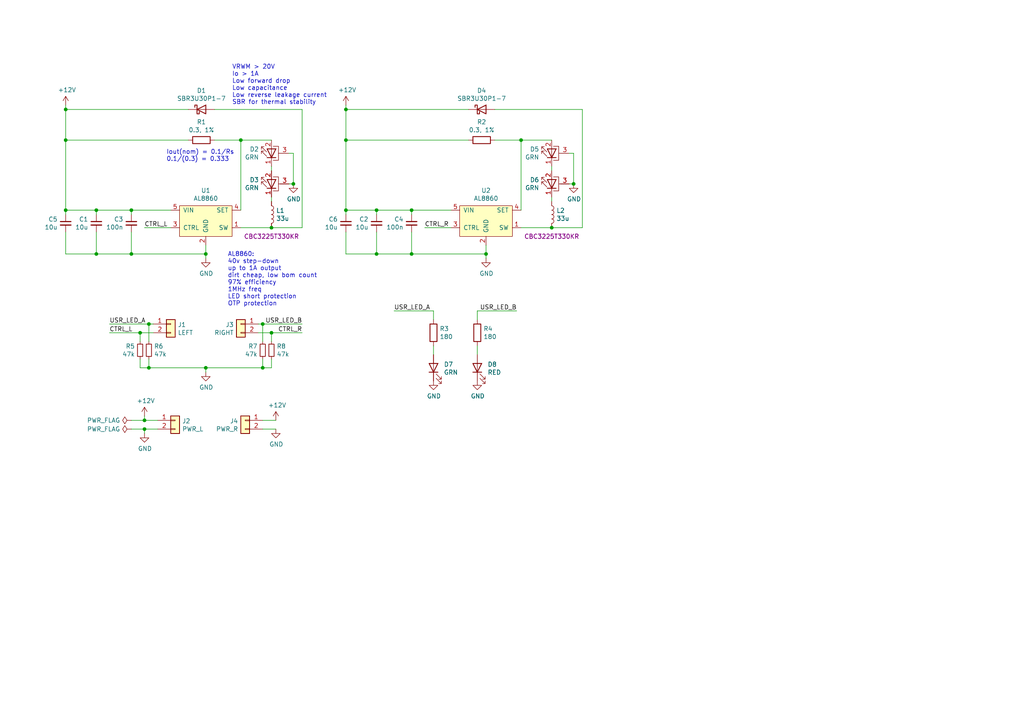
<source format=kicad_sch>
(kicad_sch (version 20230121) (generator eeschema)
  (paper "A4")
  (title_block (title "Gloworm LED Board") (date "2020-07-04") (rev "v0.4.0") (comment 1 "Copyright Franklin Harding 2020") (comment 2 "Licensed under CERN-OHL-P v2"))
  (lib_symbols
    (symbol "Connector_Generic:Conn_01x02" (pin_names (offset 1.016) hide)
      (property "Reference" "J" (at 0 2.54 0))
      (property "Value" "Conn_01x02" (at 0 -5.08 0))
      (symbol "Conn_01x02_1_1"
        (rectangle (start -1.27 -2.413) (end 0 -2.667) (stroke (width 0.1524)))
        (rectangle (start -1.27 0.127) (end 0 -0.127) (stroke (width 0.1524)))
        (rectangle (start -1.27 1.27) (end 1.27 -3.81) (stroke (width 0.254)) (fill (type background)))
        (pin passive line (at -5.08 0 0) (length 3.81) (name "Pin_1") (number "1"))
        (pin passive line (at -5.08 -2.54 0) (length 3.81) (name "Pin_2") (number "2"))
      )
    )
    (symbol "Device:C_Small" (pin_numbers hide) (pin_names (offset 0.254) hide)
      (property "Reference" "C" (at 0.254 1.778 0))
      (property "Value" "C_Small" (at 0.254 -2.032 0))
      (symbol "C_Small_0_1"
        (polyline (pts (xy -1.524 -0.508) (xy 1.524 -0.508)) (stroke (width 0.3302)))
        (polyline (pts (xy -1.524 0.508) (xy 1.524 0.508)) (stroke (width 0.3048)))
      )
      (symbol "C_Small_1_1"
        (pin passive line (at 0 2.54 270) (length 2.032) (name "~") (number "1"))
        (pin passive line (at 0 -2.54 90) (length 2.032) (name "~") (number "2"))
      )
    )
    (symbol "Device:D_Schottky" (pin_numbers hide) (pin_names (offset 1.016) hide)
      (property "Reference" "D" (at 0 2.54 0))
      (property "Value" "D_Schottky" (at 0 -2.54 0))
      (symbol "D_Schottky_0_1"
        (polyline (pts (xy 1.27 0) (xy -1.27 0)))
        (polyline (pts (xy 1.27 1.27) (xy 1.27 -1.27) (xy -1.27 0) (xy 1.27 1.27)) (stroke (width 0.254)))
        (polyline (pts (xy -1.905 0.635) (xy -1.905 1.27) (xy -1.27 1.27) (xy -1.27 -1.27) (xy -0.635 -1.27) (xy -0.635 -0.635)) (stroke (width 0.254)))
      )
      (symbol "D_Schottky_1_1"
        (pin passive line (at -3.81 0 0) (length 2.54) (name "K") (number "1"))
        (pin passive line (at 3.81 0 180) (length 2.54) (name "A") (number "2"))
      )
    )
    (symbol "Device:L" (pin_numbers hide) (pin_names (offset 1.016) hide)
      (property "Reference" "L" (at -1.27 0 90))
      (property "Value" "L" (at 1.905 0 90))
      (symbol "L_0_1"
        (arc (start 0 -2.54) (mid 0.6323 -1.905) (end 0 -1.27))
        (arc (start 0 -1.27) (mid 0.6323 -0.635) (end 0 0))
        (arc (start 0 0) (mid 0.6323 0.635) (end 0 1.27))
        (arc (start 0 1.27) (mid 0.6323 1.905) (end 0 2.54))
      )
      (symbol "L_1_1"
        (pin passive line (at 0 3.81 270) (length 1.27) (name "1") (number "1"))
        (pin passive line (at 0 -3.81 90) (length 1.27) (name "2") (number "2"))
      )
    )
    (symbol "Device:LED" (pin_numbers hide) (pin_names (offset 1.016) hide)
      (property "Reference" "D" (at 0 2.54 0))
      (property "Value" "LED" (at 0 -2.54 0))
      (symbol "LED_0_1"
        (polyline (pts (xy -1.27 -1.27) (xy -1.27 1.27)) (stroke (width 0.254)))
        (polyline (pts (xy -1.27 0) (xy 1.27 0)))
        (polyline (pts (xy 1.27 -1.27) (xy 1.27 1.27) (xy -1.27 0) (xy 1.27 -1.27)) (stroke (width 0.254)))
        (polyline (pts (xy -3.048 -0.762) (xy -4.572 -2.286) (xy -3.81 -2.286) (xy -4.572 -2.286) (xy -4.572 -1.524)))
        (polyline (pts (xy -1.778 -0.762) (xy -3.302 -2.286) (xy -2.54 -2.286) (xy -3.302 -2.286) (xy -3.302 -1.524)))
      )
      (symbol "LED_1_1"
        (pin passive line (at -3.81 0 0) (length 2.54) (name "K") (number "1"))
        (pin passive line (at 3.81 0 180) (length 2.54) (name "A") (number "2"))
      )
    )
    (symbol "Device:R" (pin_numbers hide) (pin_names (offset 0))
      (property "Reference" "R" (at 2.032 0 90))
      (property "Value" "R" (at 0 0 90))
      (symbol "R_0_1"
        (rectangle (start -1.016 -2.54) (end 1.016 2.54) (stroke (width 0.254)))
      )
      (symbol "R_1_1"
        (pin passive line (at 0 3.81 270) (length 1.27) (name "~") (number "1"))
        (pin passive line (at 0 -3.81 90) (length 1.27) (name "~") (number "2"))
      )
    )
    (symbol "Device:R_Small" (pin_numbers hide) (pin_names (offset 0.254) hide)
      (property "Reference" "R" (at 0.762 0.508 0))
      (property "Value" "R_Small" (at 0.762 -1.016 0))
      (symbol "R_Small_0_1"
        (rectangle (start -0.762 1.778) (end 0.762 -1.778) (stroke (width 0.2032)))
      )
      (symbol "R_Small_1_1"
        (pin passive line (at 0 2.54 270) (length 0.762) (name "~") (number "1"))
        (pin passive line (at 0 -2.54 90) (length 0.762) (name "~") (number "2"))
      )
    )
    (symbol "ledboard-rescue:LED_PAD-Device" (pin_names (offset 1.016) hide)
      (property "Reference" "D" (at 0 5.715 0))
      (property "Value" "Device_LED_PAD" (at 0 3.81 0))
      (symbol "LED_PAD-Device_0_1"
        (polyline (pts (xy -1.27 -1.27) (xy -1.27 1.27)) (stroke (width 0.254)))
        (polyline (pts (xy -1.27 0) (xy 1.27 0)))
        (polyline (pts (xy 0 -2.54) (xy 0 -2.032)))
        (polyline (pts (xy -2.032 -0.508) (xy -2.032 -2.032) (xy 2.032 -2.032) (xy 2.032 -0.508)))
        (polyline (pts (xy 1.27 -1.27) (xy 1.27 1.27) (xy -1.27 0) (xy 1.27 -1.27)) (stroke (width 0.254)))
        (polyline (pts (xy -0.889 1.397) (xy 0.635 2.921) (xy -0.127 2.921) (xy 0.635 2.921) (xy 0.635 2.159)))
        (polyline (pts (xy 0.381 1.397) (xy 1.905 2.921) (xy 1.143 2.921) (xy 1.905 2.921) (xy 1.905 2.159)))
      )
      (symbol "LED_PAD-Device_1_1"
        (pin passive line (at -3.81 0 0) (length 2.54) (name "K") (number "1"))
        (pin passive line (at 3.81 0 180) (length 2.54) (name "A") (number "2"))
        (pin passive line (at 0 -5.08 90) (length 2.54) (name "PAD") (number "3"))
      )
    )
    (symbol "ledboard:AL8860" (pin_names (offset 1.016))
      (property "Reference" "U" (at 0 5.08 0))
      (property "Value" "AL8860" (at 0 7.62 0))
      (symbol "AL8860_0_1"
        (rectangle (start -7.62 3.81) (end 7.62 -5.08) (fill (type background)))
      )
      (symbol "AL8860_1_1"
        (pin power_out line (at 10.16 -2.54 180) (length 2.54) (name "SW") (number "1"))
        (pin power_in line (at 0 -7.62 90) (length 2.54) (name "GND") (number "2"))
        (pin input line (at -10.16 -2.54 0) (length 2.54) (name "CTRL") (number "3"))
        (pin input line (at 10.16 2.54 180) (length 2.54) (name "SET") (number "4"))
        (pin power_in line (at -10.16 2.54 0) (length 2.54) (name "VIN") (number "5"))
      )
    )
    (symbol "power:+12V" (power) (pin_names (offset 0))
      (property "Value" "+12V" (at 0 3.556 0))
      (symbol "+12V_0_1"
        (polyline (pts (xy -0.762 1.27) (xy 0 2.54)))
        (polyline (pts (xy 0 0) (xy 0 2.54)))
        (polyline (pts (xy 0 2.54) (xy 0.762 1.27)))
      )
      (symbol "+12V_1_1"
        (pin power_in line (at 0 0 90) (length 0) hide (name "+12V") (number "1"))
      )
    )
    (symbol "power:GND" (power) (pin_names (offset 0))
      (property "Value" "GND" (at 0 -3.81 0))
      (symbol "GND_0_1"
        (polyline (pts (xy 0 0) (xy 0 -1.27) (xy 1.27 -1.27) (xy 0 -2.54) (xy -1.27 -1.27) (xy 0 -1.27)))
      )
      (symbol "GND_1_1"
        (pin power_in line (at 0 0 270) (length 0) hide (name "GND") (number "1"))
      )
    )
    (symbol "power:PWR_FLAG" (power) (pin_numbers hide) (pin_names (offset 0) hide)
      (property "Value" "PWR_FLAG" (at 0 3.81 0))
      (symbol "PWR_FLAG_0_0"
        (pin power_out line (at 0 0 90) (length 0) (name "pwr") (number "1"))
      )
      (symbol "PWR_FLAG_0_1"
        (polyline (pts (xy 0 0) (xy 0 1.27) (xy -1.016 1.905) (xy 0 2.54) (xy 1.016 1.905) (xy 0 1.27)))
      )
    )
  )
  (junction (at 76.2 106.68))
  (junction (at 100.33 40.64))
  (junction (at 59.69 106.68))
  (junction (at 19.05 31.75))
  (junction (at 43.18 106.68))
  (junction (at 43.18 93.98))
  (junction (at 27.94 73.66))
  (junction (at 69.85 40.64))
  (junction (at 41.91 124.46))
  (junction (at 78.74 66.04))
  (junction (at 76.2 93.98))
  (junction (at 41.91 121.92))
  (junction (at 19.05 60.96))
  (junction (at 100.33 31.75))
  (junction (at 100.33 60.96))
  (junction (at 109.22 73.66))
  (junction (at 38.1 73.66))
  (junction (at 40.64 96.52))
  (junction (at 119.38 60.96))
  (junction (at 78.74 96.52))
  (junction (at 160.02 66.04))
  (junction (at 119.38 73.66))
  (junction (at 140.97 73.66))
  (junction (at 151.13 40.64))
  (junction (at 166.37 53.34))
  (junction (at 38.1 60.96))
  (junction (at 85.09 53.34))
  (junction (at 19.05 40.64))
  (junction (at 27.94 60.96))
  (junction (at 109.22 60.96))
  (junction (at 59.69 73.66))
  (wire (pts (xy 62.23 31.75) (xy 87.63 31.75)))
  (wire (pts (xy 119.38 73.66) (xy 140.97 73.66)))
  (wire (pts (xy 85.09 53.34) (xy 83.82 53.34)))
  (wire (pts (xy 109.22 62.23) (xy 109.22 60.96)))
  (wire (pts (xy 59.69 73.66) (xy 59.69 71.12)))
  (wire (pts (xy 19.05 31.75) (xy 19.05 40.64)))
  (wire (pts (xy 19.05 31.75) (xy 54.61 31.75)))
  (wire (pts (xy 138.43 90.17) (xy 138.43 92.71)))
  (wire (pts (xy 143.51 31.75) (xy 168.91 31.75)))
  (wire (pts (xy 76.2 121.92) (xy 80.01 121.92)))
  (wire (pts (xy 151.13 66.04) (xy 160.02 66.04)))
  (wire (pts (xy 109.22 60.96) (xy 100.33 60.96)))
  (wire (pts (xy 43.18 93.98) (xy 44.45 93.98)))
  (wire (pts (xy 119.38 60.96) (xy 130.81 60.96)))
  (wire (pts (xy 168.91 31.75) (xy 168.91 66.04)))
  (wire (pts (xy 27.94 60.96) (xy 27.94 62.23)))
  (wire (pts (xy 138.43 100.33) (xy 138.43 102.87)))
  (wire (pts (xy 119.38 67.31) (xy 119.38 73.66)))
  (wire (pts (xy 100.33 31.75) (xy 135.89 31.75)))
  (wire (pts (xy 160.02 48.26) (xy 160.02 49.53)))
  (wire (pts (xy 69.85 60.96) (xy 69.85 40.64)))
  (wire (pts (xy 38.1 67.31) (xy 38.1 73.66)))
  (wire (pts (xy 140.97 73.66) (xy 140.97 74.93)))
  (wire (pts (xy 100.33 60.96) (xy 100.33 62.23)))
  (wire (pts (xy 166.37 44.45) (xy 165.1 44.45)))
  (wire (pts (xy 119.38 62.23) (xy 119.38 60.96)))
  (wire (pts (xy 80.01 124.46) (xy 76.2 124.46)))
  (wire (pts (xy 59.69 106.68) (xy 59.69 107.95)))
  (wire (pts (xy 78.74 57.15) (xy 78.74 58.42)))
  (wire (pts (xy 41.91 66.04) (xy 49.53 66.04)))
  (wire (pts (xy 19.05 62.23) (xy 19.05 60.96)))
  (wire (pts (xy 19.05 73.66) (xy 27.94 73.66)))
  (wire (pts (xy 76.2 93.98) (xy 87.63 93.98)))
  (wire (pts (xy 100.33 30.48) (xy 100.33 31.75)))
  (wire (pts (xy 40.64 96.52) (xy 44.45 96.52)))
  (wire (pts (xy 19.05 67.31) (xy 19.05 73.66)))
  (wire (pts (xy 38.1 60.96) (xy 27.94 60.96)))
  (wire (pts (xy 125.73 90.17) (xy 125.73 92.71)))
  (wire (pts (xy 78.74 104.14) (xy 78.74 106.68)))
  (wire (pts (xy 78.74 106.68) (xy 76.2 106.68)))
  (wire (pts (xy 40.64 106.68) (xy 43.18 106.68)))
  (wire (pts (xy 38.1 60.96) (xy 49.53 60.96)))
  (wire (pts (xy 76.2 106.68) (xy 59.69 106.68)))
  (wire (pts (xy 19.05 30.48) (xy 19.05 31.75)))
  (wire (pts (xy 114.3 90.17) (xy 125.73 90.17)))
  (wire (pts (xy 85.09 53.34) (xy 85.09 44.45)))
  (wire (pts (xy 109.22 73.66) (xy 119.38 73.66)))
  (wire (pts (xy 76.2 104.14) (xy 76.2 106.68)))
  (wire (pts (xy 76.2 99.06) (xy 76.2 93.98)))
  (wire (pts (xy 31.75 93.98) (xy 43.18 93.98)))
  (wire (pts (xy 100.33 40.64) (xy 100.33 60.96)))
  (wire (pts (xy 38.1 124.46) (xy 41.91 124.46)))
  (wire (pts (xy 40.64 104.14) (xy 40.64 106.68)))
  (wire (pts (xy 78.74 48.26) (xy 78.74 49.53)))
  (wire (pts (xy 43.18 104.14) (xy 43.18 106.68)))
  (wire (pts (xy 38.1 121.92) (xy 41.91 121.92)))
  (wire (pts (xy 78.74 96.52) (xy 87.63 96.52)))
  (wire (pts (xy 78.74 66.04) (xy 87.63 66.04)))
  (wire (pts (xy 19.05 40.64) (xy 19.05 60.96)))
  (wire (pts (xy 166.37 44.45) (xy 166.37 53.34)))
  (wire (pts (xy 19.05 60.96) (xy 27.94 60.96)))
  (wire (pts (xy 19.05 40.64) (xy 54.61 40.64)))
  (wire (pts (xy 59.69 73.66) (xy 59.69 74.93)))
  (wire (pts (xy 38.1 73.66) (xy 59.69 73.66)))
  (wire (pts (xy 100.33 73.66) (xy 109.22 73.66)))
  (wire (pts (xy 69.85 66.04) (xy 78.74 66.04)))
  (wire (pts (xy 41.91 121.92) (xy 45.72 121.92)))
  (wire (pts (xy 123.19 66.04) (xy 130.81 66.04)))
  (wire (pts (xy 78.74 99.06) (xy 78.74 96.52)))
  (wire (pts (xy 41.91 121.92) (xy 41.91 120.65)))
  (wire (pts (xy 149.86 90.17) (xy 138.43 90.17)))
  (wire (pts (xy 62.23 40.64) (xy 69.85 40.64)))
  (wire (pts (xy 109.22 67.31) (xy 109.22 73.66)))
  (wire (pts (xy 27.94 73.66) (xy 38.1 73.66)))
  (wire (pts (xy 140.97 71.12) (xy 140.97 73.66)))
  (wire (pts (xy 31.75 96.52) (xy 40.64 96.52)))
  (wire (pts (xy 87.63 31.75) (xy 87.63 66.04)))
  (wire (pts (xy 41.91 124.46) (xy 45.72 124.46)))
  (wire (pts (xy 160.02 57.15) (xy 160.02 58.42)))
  (wire (pts (xy 100.33 67.31) (xy 100.33 73.66)))
  (wire (pts (xy 85.09 44.45) (xy 83.82 44.45)))
  (wire (pts (xy 74.93 96.52) (xy 78.74 96.52)))
  (wire (pts (xy 43.18 99.06) (xy 43.18 93.98)))
  (wire (pts (xy 100.33 40.64) (xy 135.89 40.64)))
  (wire (pts (xy 38.1 62.23) (xy 38.1 60.96)))
  (wire (pts (xy 125.73 100.33) (xy 125.73 102.87)))
  (wire (pts (xy 143.51 40.64) (xy 151.13 40.64)))
  (wire (pts (xy 27.94 67.31) (xy 27.94 73.66)))
  (wire (pts (xy 69.85 40.64) (xy 78.74 40.64)))
  (wire (pts (xy 74.93 93.98) (xy 76.2 93.98)))
  (wire (pts (xy 151.13 40.64) (xy 160.02 40.64)))
  (wire (pts (xy 43.18 106.68) (xy 59.69 106.68)))
  (wire (pts (xy 100.33 31.75) (xy 100.33 40.64)))
  (wire (pts (xy 41.91 125.73) (xy 41.91 124.46)))
  (wire (pts (xy 40.64 99.06) (xy 40.64 96.52)))
  (wire (pts (xy 166.37 53.34) (xy 165.1 53.34)))
  (wire (pts (xy 151.13 60.96) (xy 151.13 40.64)))
  (wire (pts (xy 160.02 66.04) (xy 168.91 66.04)))
  (wire (pts (xy 109.22 60.96) (xy 119.38 60.96)))
  (text "AL8860:\n40v step-down\nup to 1A output\ndirt cheap, low bom count\n97% efficiency\n1MHz freq\nLED short protection\nOTP protection" (at 66.04 88.9 0) (effects (font (size 1.27 1.27)) (justify left bottom)))
  (text "VRWM > 20V\nIo > 1A\nLow forward drop\nLow capacitance\nLow reverse leakage current\nSBR for thermal stability" (at 67.31 30.48 0) (effects (font (size 1.27 1.27)) (justify left bottom)))
  (text "Iout(nom) = 0.1/Rs\n0.1/(0.3) = 0.333" (at 48.26 46.99 0) (effects (font (size 1.27 1.27)) (justify left bottom)))
  (label "CTRL_L" (at 41.91 66.04 0))
  (label "USR_LED_A" (at 114.3 90.17 0))
  (label "USR_LED_B" (at 87.63 93.98 180))
  (label "CTRL_L" (at 31.75 96.52 0))
  (label "CTRL_R" (at 123.19 66.04 0))
  (label "USR_LED_B" (at 149.86 90.17 180))
  (label "USR_LED_A" (at 31.75 93.98 0))
  (label "CTRL_R" (at 87.63 96.52 180))
  (symbol (lib_id "ledboard:AL8860") (at 59.69 63.5 0) (unit 1)
    (property "Reference" "U1" (at 59.69 55.245 0))
    (property "Value" "AL8860" (at 59.69 57.5564 0))
    (property "Footprint" "ledboard:TSOT-23-5_RoundRect" (effects hide))
    (property "P/N" "AL8860WT-7" (effects hide))
    (property "LCSC" "C125330" (effects hide))
    (property "Generic OK" "No" (effects hide))
  )
  (symbol (lib_id "power:GND") (at 59.69 74.93 0) (unit 1)
    (property "Reference" "#PWR04" (effects hide))
    (property "Value" "GND" (at 59.817 79.3242 0))
  )
  (symbol (lib_id "power:+12V") (at 19.05 30.48 0) (unit 1)
    (property "Reference" "#PWR01" (effects hide))
    (property "Value" "+12V" (at 19.431 26.0858 0))
  )
  (symbol (lib_id "Device:R") (at 58.42 40.64 270) (unit 1)
    (property "Reference" "R1" (at 58.42 35.3822 90))
    (property "Value" "0.3, 1%" (at 58.42 37.6936 90))
    (property "Footprint" "Resistor_SMD:R_0805_2012Metric" (effects hide))
    (property "P/N" "0805W8F300LT5E" (effects hide))
    (property "LCSC" "C247157" (effects hide))
    (property "Generic OK" "Yes" (effects hide))
  )
  (symbol (lib_id "Device:D_Schottky") (at 58.42 31.75 0) (unit 1)
    (property "Reference" "D1" (at 58.42 26.2636 0))
    (property "Value" "SBR3U30P1-7" (at 58.42 28.575 0))
    (property "Footprint" "Diode_SMD:D_PowerDI-123" (effects hide))
    (property "P/N" "SBR3U30P1-7" (effects hide))
    (property "LCSC" "C110517" (effects hide))
    (property "Generic OK" "No" (effects hide))
  )
  (symbol (lib_id "Device:L") (at 78.74 62.23 0) (unit 1)
    (property "Reference" "L1" (at 80.0862 61.0616 0) (effects (justify left)))
    (property "Value" "33u" (at 80.0862 63.373 0) (effects (justify left)))
    (property "Footprint" "Inductor_SMD:L_1210_3225Metric" (effects hide))
    (property "P/N" "CBC3225T330KR" (at 78.74 68.58 0))
    (property "LCSC" "C223226" (effects hide))
    (property "Generic OK" "No" (effects hide))
  )
  (symbol (lib_id "Device:C_Small") (at 27.94 64.77 0) (unit 1)
    (property "Reference" "C1" (at 25.6032 63.6016 0) (effects (justify right)))
    (property "Value" "10u" (at 25.6032 65.913 0) (effects (justify right)))
    (property "Footprint" "Capacitor_SMD:C_0603_1608Metric" (effects hide))
    (property "P/N" "CL10A106MA8NRNC" (effects hide))
    (property "LCSC" "C96446" (effects hide))
    (property "Generic OK" "Yes" (effects hide))
  )
  (symbol (lib_id "Connector_Generic:Conn_01x02") (at 49.53 93.98 0) (unit 1)
    (property "Reference" "J1" (at 51.562 94.1832 0) (effects (justify left)))
    (property "Value" "LEFT" (at 51.562 96.4946 0) (effects (justify left)))
    (property "Footprint" "ledboard:PinHeader_1x02_P2.54mm_Vertical_RoundRect" (effects hide))
    (property "P/N" "MTP125-1102S1" (effects hide))
    (property "LCSC" "C358684" (effects hide))
    (property "Generic OK" "No" (effects hide))
  )
  (symbol (lib_id "power:+12V") (at 100.33 30.48 0) (unit 1)
    (property "Reference" "#PWR07" (effects hide))
    (property "Value" "+12V" (at 100.711 26.0858 0))
  )
  (symbol (lib_id "power:GND") (at 140.97 74.93 0) (unit 1)
    (property "Reference" "#PWR08" (effects hide))
    (property "Value" "GND" (at 141.097 79.3242 0))
  )
  (symbol (lib_id "power:GND") (at 80.01 124.46 0) (unit 1)
    (property "Reference" "#PWR06" (effects hide))
    (property "Value" "GND" (at 80.137 128.8542 0))
  )
  (symbol (lib_id "power:GND") (at 41.91 125.73 0) (unit 1)
    (property "Reference" "#PWR03" (effects hide))
    (property "Value" "GND" (at 42.037 130.1242 0))
  )
  (symbol (lib_id "power:+12V") (at 41.91 120.65 0) (unit 1)
    (property "Reference" "#PWR02" (effects hide))
    (property "Value" "+12V" (at 42.291 116.2558 0))
  )
  (symbol (lib_id "power:+12V") (at 80.01 121.92 0) (unit 1)
    (property "Reference" "#PWR05" (effects hide))
    (property "Value" "+12V" (at 80.391 117.5258 0))
  )
  (symbol (lib_id "Device:R") (at 125.73 96.52 0) (unit 1)
    (property "Reference" "R3" (at 127.508 95.3516 0) (effects (justify left)))
    (property "Value" "180" (at 127.508 97.663 0) (effects (justify left)))
    (property "Footprint" "Resistor_SMD:R_0402_1005Metric" (effects hide))
    (property "P/N" "RC0402JR-07180RL" (effects hide))
    (property "LCSC" "C137913" (effects hide))
    (property "Generic OK" "Yes" (effects hide))
  )
  (symbol (lib_id "Device:LED") (at 125.73 106.68 90) (unit 1)
    (property "Reference" "D7" (at 128.7272 105.6894 90) (effects (justify right)))
    (property "Value" "GRN" (at 128.7272 108.0008 90) (effects (justify right)))
    (property "Footprint" "ledboard:LTST-S220" (effects hide))
    (property "P/N" "LTST-S220TGKT" (effects hide))
    (property "LCSC" "C160470" (effects hide))
    (property "Generic OK" "No" (effects hide))
  )
  (symbol (lib_id "Device:LED") (at 138.43 106.68 90) (unit 1)
    (property "Reference" "D8" (at 141.4272 105.6894 90) (effects (justify right)))
    (property "Value" "RED" (at 141.4272 108.0008 90) (effects (justify right)))
    (property "Footprint" "ledboard:LTST-S220" (effects hide))
    (property "P/N" "LTST-S220KRKT" (effects hide))
    (property "LCSC" "C284935" (effects hide))
    (property "Generic OK" "No" (effects hide))
  )
  (symbol (lib_id "power:GND") (at 125.73 110.49 0) (unit 1)
    (property "Reference" "#PWR09" (effects hide))
    (property "Value" "GND" (at 125.857 114.8842 0))
  )
  (symbol (lib_id "power:GND") (at 138.43 110.49 0) (unit 1)
    (property "Reference" "#PWR010" (effects hide))
    (property "Value" "GND" (at 138.557 114.8842 0))
  )
  (symbol (lib_id "ledboard-rescue:LED_PAD-Device") (at 78.74 44.45 90) (unit 1)
    (property "Reference" "D2" (at 75.1078 43.2816 90) (effects (justify left)))
    (property "Value" "GRN" (at 75.1078 45.593 90) (effects (justify left)))
    (property "Footprint" "ledboard:LED_1W_3W_R8" (effects hide))
    (property "Datasheet" "https://www.gme.cz/data/attachments/dsh.518-234.1.pdf" (effects hide))
    (property "P/N" "GT-P-02-G6-4-1-0-1-90" (effects hide))
    (property "Generic OK" "No" (effects hide))
  )
  (symbol (lib_id "power:GND") (at 85.09 53.34 0) (unit 1)
    (property "Reference" "#PWR012" (effects hide))
    (property "Value" "GND" (at 85.217 57.7342 0))
  )
  (symbol (lib_id "power:GND") (at 166.37 53.34 0) (unit 1)
    (property "Reference" "#PWR014" (effects hide))
    (property "Value" "GND" (at 166.497 57.7342 0))
  )
  (symbol (lib_id "Device:R_Small") (at 43.18 101.6 0) (unit 1)
    (property "Reference" "R6" (at 44.6786 100.4316 0) (effects (justify left)))
    (property "Value" "47k" (at 44.6786 102.743 0) (effects (justify left)))
    (property "Footprint" "Resistor_SMD:R_0402_1005Metric" (effects hide))
    (property "P/N" "0402WGJ0473TCE" (effects hide))
    (property "LCSC" "C25563" (effects hide))
    (property "Generic OK" "Yes" (effects hide))
  )
  (symbol (lib_id "Device:R_Small") (at 40.64 101.6 0) (unit 1)
    (property "Reference" "R5" (at 39.1414 100.4316 0) (effects (justify right)))
    (property "Value" "47k" (at 39.1414 102.743 0) (effects (justify right)))
    (property "Footprint" "Resistor_SMD:R_0402_1005Metric" (effects hide))
    (property "P/N" "0402WGJ0473TCE" (effects hide))
    (property "LCSC" "C25563" (effects hide))
    (property "Generic OK" "Yes" (effects hide))
  )
  (symbol (lib_id "Device:R_Small") (at 78.74 101.6 0) (unit 1)
    (property "Reference" "R8" (at 80.2386 100.4316 0) (effects (justify left)))
    (property "Value" "47k" (at 80.2386 102.743 0) (effects (justify left)))
    (property "Footprint" "Resistor_SMD:R_0402_1005Metric" (effects hide))
    (property "P/N" "0402WGJ0473TCE" (effects hide))
    (property "LCSC" "C25563" (effects hide))
    (property "Generic OK" "Yes" (effects hide))
  )
  (symbol (lib_id "Device:R_Small") (at 76.2 101.6 0) (unit 1)
    (property "Reference" "R7" (at 74.7014 100.4316 0) (effects (justify right)))
    (property "Value" "47k" (at 74.7014 102.743 0) (effects (justify right)))
    (property "Footprint" "Resistor_SMD:R_0402_1005Metric" (effects hide))
    (property "P/N" "0402WGJ0473TCE" (effects hide))
    (property "LCSC" "C25563" (effects hide))
    (property "Generic OK" "Yes" (effects hide))
  )
  (symbol (lib_id "power:GND") (at 59.69 107.95 0) (unit 1)
    (property "Reference" "#PWR011" (effects hide))
    (property "Value" "GND" (at 59.817 112.3442 0))
  )
  (symbol (lib_id "Device:R") (at 139.7 40.64 270) (unit 1)
    (property "Reference" "R2" (at 139.7 35.3822 90))
    (property "Value" "0.3, 1%" (at 139.7 37.6936 90))
    (property "Footprint" "Resistor_SMD:R_0805_2012Metric" (effects hide))
    (property "P/N" "0805W8F300LT5E" (effects hide))
    (property "LCSC" "C247157" (effects hide))
    (property "Generic OK" "Yes" (effects hide))
  )
  (symbol (lib_id "ledboard-rescue:LED_PAD-Device") (at 78.74 53.34 90) (unit 1)
    (property "Reference" "D3" (at 75.1078 52.1716 90) (effects (justify left)))
    (property "Value" "GRN" (at 75.1078 54.483 90) (effects (justify left)))
    (property "Footprint" "ledboard:LED_1W_3W_R8" (effects hide))
    (property "Datasheet" "https://www.gme.cz/data/attachments/dsh.518-234.1.pdf" (effects hide))
    (property "P/N" "GT-P-02-G6-4-1-0-1-90" (effects hide))
    (property "Generic OK" "No" (effects hide))
  )
  (symbol (lib_id "ledboard-rescue:LED_PAD-Device") (at 160.02 44.45 90) (unit 1)
    (property "Reference" "D5" (at 156.3878 43.2816 90) (effects (justify left)))
    (property "Value" "GRN" (at 156.3878 45.593 90) (effects (justify left)))
    (property "Footprint" "ledboard:LED_1W_3W_R8" (effects hide))
    (property "Datasheet" "https://www.gme.cz/data/attachments/dsh.518-234.1.pdf" (effects hide))
    (property "P/N" "GT-P-02-G6-4-1-0-1-90" (effects hide))
    (property "Generic OK" "No" (effects hide))
  )
  (symbol (lib_id "ledboard-rescue:LED_PAD-Device") (at 160.02 53.34 90) (unit 1)
    (property "Reference" "D6" (at 156.3878 52.1716 90) (effects (justify left)))
    (property "Value" "GRN" (at 156.3878 54.483 90) (effects (justify left)))
    (property "Footprint" "ledboard:LED_1W_3W_R8" (effects hide))
    (property "Datasheet" "https://www.gme.cz/data/attachments/dsh.518-234.1.pdf" (effects hide))
    (property "P/N" "GT-P-02-G6-4-1-0-1-90" (effects hide))
    (property "Generic OK" "No" (effects hide))
  )
  (symbol (lib_id "Device:R") (at 138.43 96.52 0) (unit 1)
    (property "Reference" "R4" (at 140.208 95.3516 0) (effects (justify left)))
    (property "Value" "180" (at 140.208 97.663 0) (effects (justify left)))
    (property "Footprint" "Resistor_SMD:R_0402_1005Metric" (effects hide))
    (property "P/N" "RC0402JR-07180RL" (effects hide))
    (property "LCSC" "C137913" (effects hide))
    (property "Generic OK" "Yes" (effects hide))
  )
  (symbol (lib_id "Device:D_Schottky") (at 139.7 31.75 0) (unit 1)
    (property "Reference" "D4" (at 139.7 26.2636 0))
    (property "Value" "SBR3U30P1-7" (at 139.7 28.575 0))
    (property "Footprint" "Diode_SMD:D_PowerDI-123" (effects hide))
    (property "P/N" "SBR3U30P1-7" (effects hide))
    (property "LCSC" "C110517" (effects hide))
    (property "Generic OK" "No" (effects hide))
  )
  (symbol (lib_id "Device:C_Small") (at 38.1 64.77 0) (unit 1)
    (property "Reference" "C3" (at 35.7632 63.6016 0) (effects (justify right)))
    (property "Value" "100n" (at 35.7632 65.913 0) (effects (justify right)))
    (property "Footprint" "Capacitor_SMD:C_0402_1005Metric" (effects hide))
    (property "P/N" "CC0402KRX5R8BB104" (effects hide))
    (property "LCSC" "C106256" (effects hide))
    (property "Generic OK" "Yes" (effects hide))
  )
  (symbol (lib_id "Device:C_Small") (at 119.38 64.77 0) (unit 1)
    (property "Reference" "C4" (at 117.0432 63.6016 0) (effects (justify right)))
    (property "Value" "100n" (at 117.0432 65.913 0) (effects (justify right)))
    (property "Footprint" "Capacitor_SMD:C_0402_1005Metric" (effects hide))
    (property "P/N" "CC0402KRX5R8BB104" (effects hide))
    (property "LCSC" "C106256" (effects hide))
    (property "Generic OK" "Yes" (effects hide))
  )
  (symbol (lib_id "Device:C_Small") (at 19.05 64.77 0) (unit 1)
    (property "Reference" "C5" (at 16.7132 63.6016 0) (effects (justify right)))
    (property "Value" "10u" (at 16.7132 65.913 0) (effects (justify right)))
    (property "Footprint" "Capacitor_SMD:C_0603_1608Metric" (effects hide))
    (property "P/N" "CL10A106MA8NRNC" (effects hide))
    (property "LCSC" "C96446" (effects hide))
    (property "Generic OK" "Yes" (effects hide))
  )
  (symbol (lib_id "Device:C_Small") (at 100.33 64.77 0) (unit 1)
    (property "Reference" "C6" (at 97.9932 63.6016 0) (effects (justify right)))
    (property "Value" "10u" (at 97.9932 65.913 0) (effects (justify right)))
    (property "Footprint" "Capacitor_SMD:C_0603_1608Metric" (effects hide))
    (property "P/N" "CL10A106MA8NRNC" (effects hide))
    (property "LCSC" "C96446" (effects hide))
    (property "Generic OK" "Yes" (effects hide))
  )
  (symbol (lib_id "power:PWR_FLAG") (at 38.1 121.92 90) (unit 1)
    (property "Reference" "#FLG0101" (effects hide))
    (property "Value" "PWR_FLAG" (at 34.8742 121.92 90) (effects (justify left)))
  )
  (symbol (lib_id "power:PWR_FLAG") (at 38.1 124.46 90) (unit 1)
    (property "Reference" "#FLG0102" (effects hide))
    (property "Value" "PWR_FLAG" (at 34.8742 124.46 90) (effects (justify left)))
  )
  (symbol (lib_id "Device:C_Small") (at 109.22 64.77 0) (unit 1)
    (property "Reference" "C2" (at 106.8832 63.6016 0) (effects (justify right)))
    (property "Value" "10u" (at 106.8832 65.913 0) (effects (justify right)))
    (property "Footprint" "Capacitor_SMD:C_0603_1608Metric" (effects hide))
    (property "P/N" "CL10A106MA8NRNC" (effects hide))
    (property "LCSC" "C96446" (effects hide))
    (property "Generic OK" "Yes" (effects hide))
  )
  (symbol (lib_id "Connector_Generic:Conn_01x02") (at 69.85 93.98 0) (mirror y) (unit 1)
    (property "Reference" "J3" (at 67.818 94.1832 0) (effects (justify left)))
    (property "Value" "RIGHT" (at 67.818 96.4946 0) (effects (justify left)))
    (property "Footprint" "ledboard:PinHeader_1x02_P2.54mm_Vertical_RoundRect" (effects hide))
    (property "P/N" "MTP125-1102S1" (effects hide))
    (property "LCSC" "C358684" (effects hide))
    (property "Generic OK" "No" (effects hide))
  )
  (symbol (lib_id "Connector_Generic:Conn_01x02") (at 50.8 121.92 0) (unit 1)
    (property "Reference" "J2" (at 52.832 122.1232 0) (effects (justify left)))
    (property "Value" "PWR_L" (at 52.832 124.4346 0) (effects (justify left)))
    (property "Footprint" "ledboard:PinHeader_1x02_P2.54mm_Vertical_RoundRect" (effects hide))
    (property "P/N" "MTP125-1102S1" (effects hide))
    (property "LCSC" "C358684" (effects hide))
    (property "Generic OK" "No" (effects hide))
  )
  (symbol (lib_id "Connector_Generic:Conn_01x02") (at 71.12 121.92 0) (mirror y) (unit 1)
    (property "Reference" "J4" (at 69.088 122.1232 0) (effects (justify left)))
    (property "Value" "PWR_R" (at 69.088 124.4346 0) (effects (justify left)))
    (property "Footprint" "ledboard:PinHeader_1x02_P2.54mm_Vertical_RoundRect" (effects hide))
    (property "P/N" "MTP125-1102S1" (effects hide))
    (property "LCSC" "C358684" (effects hide))
    (property "Generic OK" "No" (effects hide))
  )
  (symbol (lib_id "Device:L") (at 160.02 62.23 0) (unit 1)
    (property "Reference" "L2" (at 161.3662 61.0616 0) (effects (justify left)))
    (property "Value" "33u" (at 161.3662 63.373 0) (effects (justify left)))
    (property "Footprint" "Inductor_SMD:L_1210_3225Metric" (effects hide))
    (property "P/N" "CBC3225T330KR" (at 160.02 68.58 0))
    (property "LCSC" "C223226" (effects hide))
    (property "Generic OK" "No" (effects hide))
  )
  (symbol (lib_id "ledboard:AL8860") (at 140.97 63.5 0) (unit 1)
    (property "Reference" "U2" (at 140.97 55.245 0))
    (property "Value" "AL8860" (at 140.97 57.5564 0))
    (property "Footprint" "ledboard:TSOT-23-5_RoundRect" (effects hide))
    (property "P/N" "AL8860WT-7" (effects hide))
    (property "LCSC" "C125330" (effects hide))
    (property "Generic OK" "No" (effects hide))
  )
)
</source>
